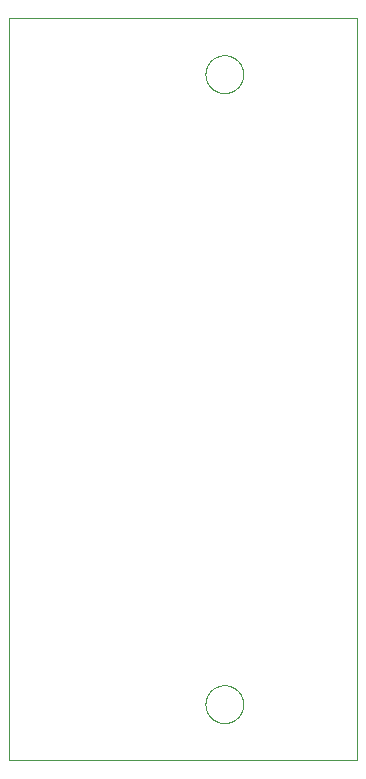
<source format=gtp>
G04 EAGLE Gerber RS-274X export*
G75*
%MOMM*%
%FSLAX34Y34*%
%LPD*%
%INSolder paste top*%
%IPPOS*%
%AMOC8*
5,1,8,0,0,1.08239X$1,22.5*%
G01*
%ADD10C,0.000000*%


D10*
X0Y628650D02*
X0Y0D01*
X295275Y0D01*
X295275Y628650D01*
X0Y628650D01*
X166563Y47625D02*
X166568Y48018D01*
X166582Y48410D01*
X166606Y48802D01*
X166640Y49193D01*
X166683Y49584D01*
X166736Y49973D01*
X166799Y50360D01*
X166870Y50746D01*
X166952Y51131D01*
X167042Y51513D01*
X167143Y51892D01*
X167252Y52270D01*
X167371Y52644D01*
X167498Y53015D01*
X167635Y53383D01*
X167781Y53748D01*
X167936Y54109D01*
X168099Y54466D01*
X168271Y54819D01*
X168452Y55167D01*
X168642Y55511D01*
X168839Y55851D01*
X169045Y56185D01*
X169259Y56514D01*
X169482Y56838D01*
X169712Y57156D01*
X169949Y57469D01*
X170195Y57775D01*
X170448Y58076D01*
X170708Y58370D01*
X170975Y58658D01*
X171249Y58939D01*
X171530Y59213D01*
X171818Y59480D01*
X172112Y59740D01*
X172413Y59993D01*
X172719Y60239D01*
X173032Y60476D01*
X173350Y60706D01*
X173674Y60929D01*
X174003Y61143D01*
X174337Y61349D01*
X174677Y61546D01*
X175021Y61736D01*
X175369Y61917D01*
X175722Y62089D01*
X176079Y62252D01*
X176440Y62407D01*
X176805Y62553D01*
X177173Y62690D01*
X177544Y62817D01*
X177918Y62936D01*
X178296Y63045D01*
X178675Y63146D01*
X179057Y63236D01*
X179442Y63318D01*
X179828Y63389D01*
X180215Y63452D01*
X180604Y63505D01*
X180995Y63548D01*
X181386Y63582D01*
X181778Y63606D01*
X182170Y63620D01*
X182563Y63625D01*
X182956Y63620D01*
X183348Y63606D01*
X183740Y63582D01*
X184131Y63548D01*
X184522Y63505D01*
X184911Y63452D01*
X185298Y63389D01*
X185684Y63318D01*
X186069Y63236D01*
X186451Y63146D01*
X186830Y63045D01*
X187208Y62936D01*
X187582Y62817D01*
X187953Y62690D01*
X188321Y62553D01*
X188686Y62407D01*
X189047Y62252D01*
X189404Y62089D01*
X189757Y61917D01*
X190105Y61736D01*
X190449Y61546D01*
X190789Y61349D01*
X191123Y61143D01*
X191452Y60929D01*
X191776Y60706D01*
X192094Y60476D01*
X192407Y60239D01*
X192713Y59993D01*
X193014Y59740D01*
X193308Y59480D01*
X193596Y59213D01*
X193877Y58939D01*
X194151Y58658D01*
X194418Y58370D01*
X194678Y58076D01*
X194931Y57775D01*
X195177Y57469D01*
X195414Y57156D01*
X195644Y56838D01*
X195867Y56514D01*
X196081Y56185D01*
X196287Y55851D01*
X196484Y55511D01*
X196674Y55167D01*
X196855Y54819D01*
X197027Y54466D01*
X197190Y54109D01*
X197345Y53748D01*
X197491Y53383D01*
X197628Y53015D01*
X197755Y52644D01*
X197874Y52270D01*
X197983Y51892D01*
X198084Y51513D01*
X198174Y51131D01*
X198256Y50746D01*
X198327Y50360D01*
X198390Y49973D01*
X198443Y49584D01*
X198486Y49193D01*
X198520Y48802D01*
X198544Y48410D01*
X198558Y48018D01*
X198563Y47625D01*
X198558Y47232D01*
X198544Y46840D01*
X198520Y46448D01*
X198486Y46057D01*
X198443Y45666D01*
X198390Y45277D01*
X198327Y44890D01*
X198256Y44504D01*
X198174Y44119D01*
X198084Y43737D01*
X197983Y43358D01*
X197874Y42980D01*
X197755Y42606D01*
X197628Y42235D01*
X197491Y41867D01*
X197345Y41502D01*
X197190Y41141D01*
X197027Y40784D01*
X196855Y40431D01*
X196674Y40083D01*
X196484Y39739D01*
X196287Y39399D01*
X196081Y39065D01*
X195867Y38736D01*
X195644Y38412D01*
X195414Y38094D01*
X195177Y37781D01*
X194931Y37475D01*
X194678Y37174D01*
X194418Y36880D01*
X194151Y36592D01*
X193877Y36311D01*
X193596Y36037D01*
X193308Y35770D01*
X193014Y35510D01*
X192713Y35257D01*
X192407Y35011D01*
X192094Y34774D01*
X191776Y34544D01*
X191452Y34321D01*
X191123Y34107D01*
X190789Y33901D01*
X190449Y33704D01*
X190105Y33514D01*
X189757Y33333D01*
X189404Y33161D01*
X189047Y32998D01*
X188686Y32843D01*
X188321Y32697D01*
X187953Y32560D01*
X187582Y32433D01*
X187208Y32314D01*
X186830Y32205D01*
X186451Y32104D01*
X186069Y32014D01*
X185684Y31932D01*
X185298Y31861D01*
X184911Y31798D01*
X184522Y31745D01*
X184131Y31702D01*
X183740Y31668D01*
X183348Y31644D01*
X182956Y31630D01*
X182563Y31625D01*
X182170Y31630D01*
X181778Y31644D01*
X181386Y31668D01*
X180995Y31702D01*
X180604Y31745D01*
X180215Y31798D01*
X179828Y31861D01*
X179442Y31932D01*
X179057Y32014D01*
X178675Y32104D01*
X178296Y32205D01*
X177918Y32314D01*
X177544Y32433D01*
X177173Y32560D01*
X176805Y32697D01*
X176440Y32843D01*
X176079Y32998D01*
X175722Y33161D01*
X175369Y33333D01*
X175021Y33514D01*
X174677Y33704D01*
X174337Y33901D01*
X174003Y34107D01*
X173674Y34321D01*
X173350Y34544D01*
X173032Y34774D01*
X172719Y35011D01*
X172413Y35257D01*
X172112Y35510D01*
X171818Y35770D01*
X171530Y36037D01*
X171249Y36311D01*
X170975Y36592D01*
X170708Y36880D01*
X170448Y37174D01*
X170195Y37475D01*
X169949Y37781D01*
X169712Y38094D01*
X169482Y38412D01*
X169259Y38736D01*
X169045Y39065D01*
X168839Y39399D01*
X168642Y39739D01*
X168452Y40083D01*
X168271Y40431D01*
X168099Y40784D01*
X167936Y41141D01*
X167781Y41502D01*
X167635Y41867D01*
X167498Y42235D01*
X167371Y42606D01*
X167252Y42980D01*
X167143Y43358D01*
X167042Y43737D01*
X166952Y44119D01*
X166870Y44504D01*
X166799Y44890D01*
X166736Y45277D01*
X166683Y45666D01*
X166640Y46057D01*
X166606Y46448D01*
X166582Y46840D01*
X166568Y47232D01*
X166563Y47625D01*
X166563Y581025D02*
X166568Y581418D01*
X166582Y581810D01*
X166606Y582202D01*
X166640Y582593D01*
X166683Y582984D01*
X166736Y583373D01*
X166799Y583760D01*
X166870Y584146D01*
X166952Y584531D01*
X167042Y584913D01*
X167143Y585292D01*
X167252Y585670D01*
X167371Y586044D01*
X167498Y586415D01*
X167635Y586783D01*
X167781Y587148D01*
X167936Y587509D01*
X168099Y587866D01*
X168271Y588219D01*
X168452Y588567D01*
X168642Y588911D01*
X168839Y589251D01*
X169045Y589585D01*
X169259Y589914D01*
X169482Y590238D01*
X169712Y590556D01*
X169949Y590869D01*
X170195Y591175D01*
X170448Y591476D01*
X170708Y591770D01*
X170975Y592058D01*
X171249Y592339D01*
X171530Y592613D01*
X171818Y592880D01*
X172112Y593140D01*
X172413Y593393D01*
X172719Y593639D01*
X173032Y593876D01*
X173350Y594106D01*
X173674Y594329D01*
X174003Y594543D01*
X174337Y594749D01*
X174677Y594946D01*
X175021Y595136D01*
X175369Y595317D01*
X175722Y595489D01*
X176079Y595652D01*
X176440Y595807D01*
X176805Y595953D01*
X177173Y596090D01*
X177544Y596217D01*
X177918Y596336D01*
X178296Y596445D01*
X178675Y596546D01*
X179057Y596636D01*
X179442Y596718D01*
X179828Y596789D01*
X180215Y596852D01*
X180604Y596905D01*
X180995Y596948D01*
X181386Y596982D01*
X181778Y597006D01*
X182170Y597020D01*
X182563Y597025D01*
X182956Y597020D01*
X183348Y597006D01*
X183740Y596982D01*
X184131Y596948D01*
X184522Y596905D01*
X184911Y596852D01*
X185298Y596789D01*
X185684Y596718D01*
X186069Y596636D01*
X186451Y596546D01*
X186830Y596445D01*
X187208Y596336D01*
X187582Y596217D01*
X187953Y596090D01*
X188321Y595953D01*
X188686Y595807D01*
X189047Y595652D01*
X189404Y595489D01*
X189757Y595317D01*
X190105Y595136D01*
X190449Y594946D01*
X190789Y594749D01*
X191123Y594543D01*
X191452Y594329D01*
X191776Y594106D01*
X192094Y593876D01*
X192407Y593639D01*
X192713Y593393D01*
X193014Y593140D01*
X193308Y592880D01*
X193596Y592613D01*
X193877Y592339D01*
X194151Y592058D01*
X194418Y591770D01*
X194678Y591476D01*
X194931Y591175D01*
X195177Y590869D01*
X195414Y590556D01*
X195644Y590238D01*
X195867Y589914D01*
X196081Y589585D01*
X196287Y589251D01*
X196484Y588911D01*
X196674Y588567D01*
X196855Y588219D01*
X197027Y587866D01*
X197190Y587509D01*
X197345Y587148D01*
X197491Y586783D01*
X197628Y586415D01*
X197755Y586044D01*
X197874Y585670D01*
X197983Y585292D01*
X198084Y584913D01*
X198174Y584531D01*
X198256Y584146D01*
X198327Y583760D01*
X198390Y583373D01*
X198443Y582984D01*
X198486Y582593D01*
X198520Y582202D01*
X198544Y581810D01*
X198558Y581418D01*
X198563Y581025D01*
X198558Y580632D01*
X198544Y580240D01*
X198520Y579848D01*
X198486Y579457D01*
X198443Y579066D01*
X198390Y578677D01*
X198327Y578290D01*
X198256Y577904D01*
X198174Y577519D01*
X198084Y577137D01*
X197983Y576758D01*
X197874Y576380D01*
X197755Y576006D01*
X197628Y575635D01*
X197491Y575267D01*
X197345Y574902D01*
X197190Y574541D01*
X197027Y574184D01*
X196855Y573831D01*
X196674Y573483D01*
X196484Y573139D01*
X196287Y572799D01*
X196081Y572465D01*
X195867Y572136D01*
X195644Y571812D01*
X195414Y571494D01*
X195177Y571181D01*
X194931Y570875D01*
X194678Y570574D01*
X194418Y570280D01*
X194151Y569992D01*
X193877Y569711D01*
X193596Y569437D01*
X193308Y569170D01*
X193014Y568910D01*
X192713Y568657D01*
X192407Y568411D01*
X192094Y568174D01*
X191776Y567944D01*
X191452Y567721D01*
X191123Y567507D01*
X190789Y567301D01*
X190449Y567104D01*
X190105Y566914D01*
X189757Y566733D01*
X189404Y566561D01*
X189047Y566398D01*
X188686Y566243D01*
X188321Y566097D01*
X187953Y565960D01*
X187582Y565833D01*
X187208Y565714D01*
X186830Y565605D01*
X186451Y565504D01*
X186069Y565414D01*
X185684Y565332D01*
X185298Y565261D01*
X184911Y565198D01*
X184522Y565145D01*
X184131Y565102D01*
X183740Y565068D01*
X183348Y565044D01*
X182956Y565030D01*
X182563Y565025D01*
X182170Y565030D01*
X181778Y565044D01*
X181386Y565068D01*
X180995Y565102D01*
X180604Y565145D01*
X180215Y565198D01*
X179828Y565261D01*
X179442Y565332D01*
X179057Y565414D01*
X178675Y565504D01*
X178296Y565605D01*
X177918Y565714D01*
X177544Y565833D01*
X177173Y565960D01*
X176805Y566097D01*
X176440Y566243D01*
X176079Y566398D01*
X175722Y566561D01*
X175369Y566733D01*
X175021Y566914D01*
X174677Y567104D01*
X174337Y567301D01*
X174003Y567507D01*
X173674Y567721D01*
X173350Y567944D01*
X173032Y568174D01*
X172719Y568411D01*
X172413Y568657D01*
X172112Y568910D01*
X171818Y569170D01*
X171530Y569437D01*
X171249Y569711D01*
X170975Y569992D01*
X170708Y570280D01*
X170448Y570574D01*
X170195Y570875D01*
X169949Y571181D01*
X169712Y571494D01*
X169482Y571812D01*
X169259Y572136D01*
X169045Y572465D01*
X168839Y572799D01*
X168642Y573139D01*
X168452Y573483D01*
X168271Y573831D01*
X168099Y574184D01*
X167936Y574541D01*
X167781Y574902D01*
X167635Y575267D01*
X167498Y575635D01*
X167371Y576006D01*
X167252Y576380D01*
X167143Y576758D01*
X167042Y577137D01*
X166952Y577519D01*
X166870Y577904D01*
X166799Y578290D01*
X166736Y578677D01*
X166683Y579066D01*
X166640Y579457D01*
X166606Y579848D01*
X166582Y580240D01*
X166568Y580632D01*
X166563Y581025D01*
M02*

</source>
